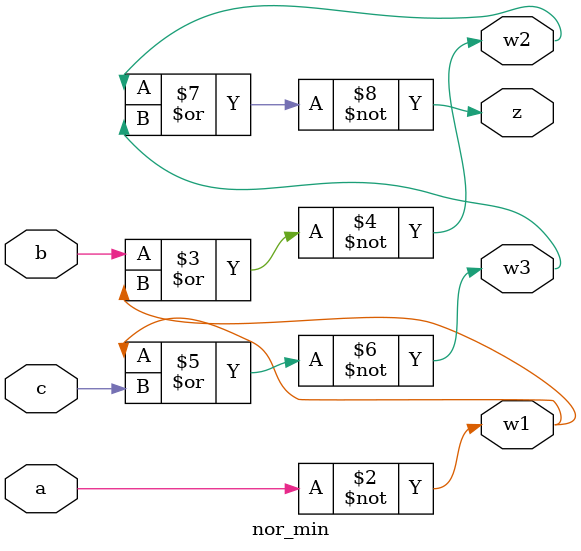
<source format=sv>
module nor_min(w1,w2,w3,z,a,b,c);
  input a,b,c;
  output w1,w2,w3,z;

  nor n1(w1,a,a);
  nor n2(w2,b,w1);
  nor n3(w3,w1,c);
  nor n4(z,w2,w3);
  
 
 endmodule

</source>
